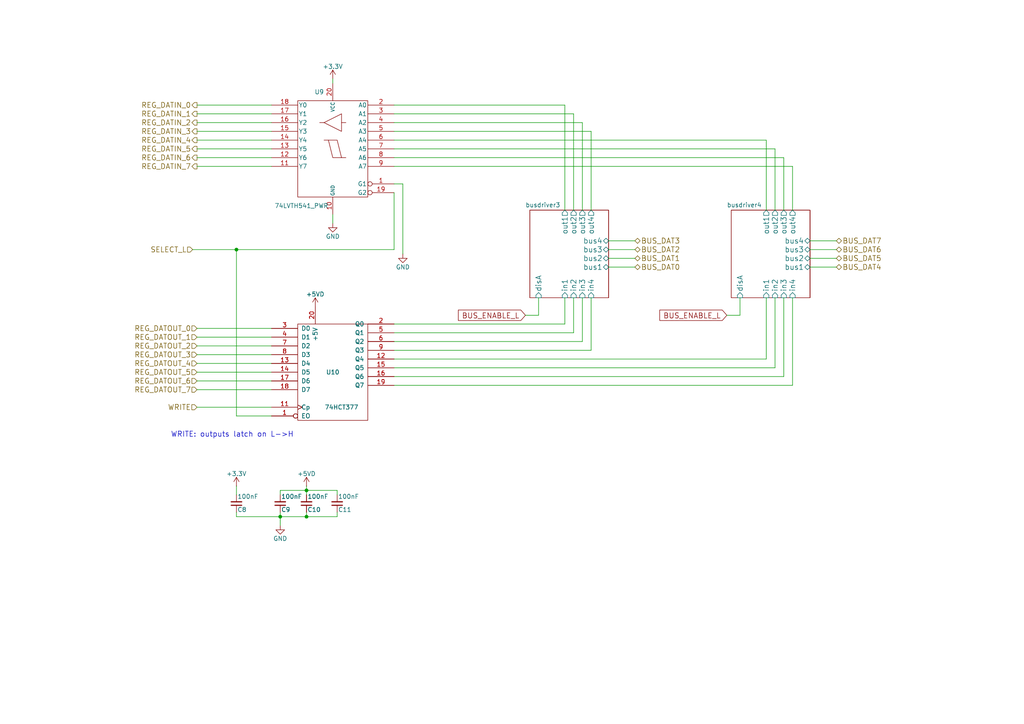
<source format=kicad_sch>
(kicad_sch (version 20231120) (generator "eeschema") (generator_version "8.0")
  (paper "A4")
  (lib_symbols
    (symbol "Device:C_Small" (pin_numbers hide) (pin_names (offset 0.254) hide)
      (property "Reference" "C" (at 0.254 1.778 0))
      (property "Value" "C_Small" (at 0.254 -2.032 0))
      (symbol "C_Small_0_1"
        (polyline (pts (xy -1.524 -0.508) (xy 1.524 -0.508)) (stroke (width 0.3302)))
        (polyline (pts (xy -1.524 0.508) (xy 1.524 0.508)) (stroke (width 0.3048)))
      )
      (symbol "C_Small_1_1"
        (pin passive line (at 0 2.54 270) (length 2.032) (name "~") (number "1"))
        (pin passive line (at 0 -2.54 90) (length 2.032) (name "~") (number "2"))
      )
    )
    (symbol "jh:74LS377_5V" (pin_names (offset 1.016))
      (property "Reference" "U" (at 0 0 0))
      (property "Value" "74LS377_5V" (at 2.54 -10.16 0))
      (symbol "74LS377_5V_0_0"
        (pin power_in line (at -7.62 -13.97 90) (length 0) hide (name "GND") (number "10"))
        (pin power_in line (at -5.08 19.05 270) (length 5.0038) (name "+5V") (number "20"))
      )
      (symbol "74LS377_5V_0_1"
        (rectangle (start -10.16 13.97) (end 10.16 -13.97))
      )
      (symbol "74LS377_5V_1_1"
        (pin input inverted (at -17.78 -12.7 0) (length 7.62) (name "EO") (number "1"))
        (pin input clock (at -17.78 -10.16 0) (length 7.62) (name "Cp") (number "11"))
        (pin output line (at 17.78 3.81 180) (length 7.62) (name "Q4") (number "12"))
        (pin input line (at -17.78 2.54 0) (length 7.62) (name "D4") (number "13"))
        (pin input line (at -17.78 0 0) (length 7.62) (name "D5") (number "14"))
        (pin output line (at 17.78 1.27 180) (length 7.62) (name "Q5") (number "15"))
        (pin output line (at 17.78 -1.27 180) (length 7.62) (name "Q6") (number "16"))
        (pin input line (at -17.78 -2.54 0) (length 7.62) (name "D6") (number "17"))
        (pin input line (at -17.78 -5.08 0) (length 7.62) (name "D7") (number "18"))
        (pin output line (at 17.78 -3.81 180) (length 7.62) (name "Q7") (number "19"))
        (pin output line (at 17.78 13.97 180) (length 7.62) (name "Q0") (number "2"))
        (pin input line (at -17.78 12.7 0) (length 7.62) (name "D0") (number "3"))
        (pin input line (at -17.78 10.16 0) (length 7.62) (name "D1") (number "4"))
        (pin output line (at 17.78 11.43 180) (length 7.62) (name "Q1") (number "5"))
        (pin output line (at 17.78 8.89 180) (length 7.62) (name "Q2") (number "6"))
        (pin input line (at -17.78 7.62 0) (length 7.62) (name "D2") (number "7"))
        (pin input line (at -17.78 5.08 0) (length 7.62) (name "D3") (number "8"))
        (pin output line (at 17.78 6.35 180) (length 7.62) (name "Q3") (number "9"))
      )
    )
    (symbol "jh:74LVTH541_PWR" (pin_names (offset 0.254))
      (property "Reference" "U" (at 2.54 16.51 0))
      (property "Value" "74LVTH541_PWR" (at 1.27 -16.51 0))
      (symbol "74LVTH541_PWR_0_0"
        (pin power_in line (at 0 -19.05 90) (length 5.08) (name "GND") (number "10"))
        (pin power_in line (at 0 19.05 270) (length 5.08) (name "VCC") (number "20"))
      )
      (symbol "74LVTH541_PWR_0_1"
        (rectangle (start -10.16 13.97) (end 10.16 -13.97))
        (polyline (pts (xy -2.54 7.62) (xy -3.81 7.62)))
        (polyline (pts (xy 2.54 7.62) (xy 3.81 7.62)))
        (polyline (pts (xy 1.27 2.54) (xy 0 -2.54) (xy -2.54 -2.54)))
        (polyline (pts (xy -2.54 10.16) (xy -2.54 5.08) (xy 2.54 7.62) (xy -2.54 10.16)))
        (polyline (pts (xy 2.54 2.54) (xy -1.27 2.54) (xy -2.54 -2.54) (xy -3.81 -2.54)))
      )
      (symbol "74LVTH541_PWR_1_1"
        (pin input inverted (at -17.78 -10.16 0) (length 7.62) (name "G1") (number "1"))
        (pin tri_state line (at 17.78 -5.08 180) (length 7.62) (name "Y7") (number "11"))
        (pin tri_state line (at 17.78 -2.54 180) (length 7.62) (name "Y6") (number "12"))
        (pin tri_state line (at 17.78 0 180) (length 7.62) (name "Y5") (number "13"))
        (pin tri_state line (at 17.78 2.54 180) (length 7.62) (name "Y4") (number "14"))
        (pin tri_state line (at 17.78 5.08 180) (length 7.62) (name "Y3") (number "15"))
        (pin tri_state line (at 17.78 7.62 180) (length 7.62) (name "Y2") (number "16"))
        (pin tri_state line (at 17.78 10.16 180) (length 7.62) (name "Y1") (number "17"))
        (pin tri_state line (at 17.78 12.7 180) (length 7.62) (name "Y0") (number "18"))
        (pin input inverted (at -17.78 -12.7 0) (length 7.62) (name "G2") (number "19"))
        (pin input line (at -17.78 12.7 0) (length 7.62) (name "A0") (number "2"))
        (pin input line (at -17.78 10.16 0) (length 7.62) (name "A1") (number "3"))
        (pin input line (at -17.78 7.62 0) (length 7.62) (name "A2") (number "4"))
        (pin input line (at -17.78 5.08 0) (length 7.62) (name "A3") (number "5"))
        (pin input line (at -17.78 2.54 0) (length 7.62) (name "A4") (number "6"))
        (pin input line (at -17.78 0 0) (length 7.62) (name "A5") (number "7"))
        (pin input line (at -17.78 -2.54 0) (length 7.62) (name "A6") (number "8"))
        (pin input line (at -17.78 -5.08 0) (length 7.62) (name "A7") (number "9"))
      )
    )
    (symbol "power:+3.3V" (power) (pin_numbers hide) (pin_names (offset 0) hide)
      (property "Value" "+3.3V" (at 0 3.556 0))
      (symbol "+3.3V_0_1"
        (polyline (pts (xy -0.762 1.27) (xy 0 2.54)))
        (polyline (pts (xy 0 0) (xy 0 2.54)))
        (polyline (pts (xy 0 2.54) (xy 0.762 1.27)))
      )
      (symbol "+3.3V_1_1"
        (pin power_in line (at 0 0 90) (length 0) (name "~") (number "1"))
      )
    )
    (symbol "power:+5VD" (power) (pin_numbers hide) (pin_names (offset 0) hide)
      (property "Value" "+5VD" (at 0 3.556 0))
      (symbol "+5VD_0_1"
        (polyline (pts (xy -0.762 1.27) (xy 0 2.54)))
        (polyline (pts (xy 0 0) (xy 0 2.54)))
        (polyline (pts (xy 0 2.54) (xy 0.762 1.27)))
      )
      (symbol "+5VD_1_1"
        (pin power_in line (at 0 0 90) (length 0) (name "~") (number "1"))
      )
    )
    (symbol "power:GND" (power) (pin_numbers hide) (pin_names (offset 0) hide)
      (property "Value" "GND" (at 0 -3.81 0))
      (symbol "GND_0_1"
        (polyline (pts (xy 0 0) (xy 0 -1.27) (xy 1.27 -1.27) (xy 0 -2.54) (xy -1.27 -1.27) (xy 0 -1.27)))
      )
      (symbol "GND_1_1"
        (pin power_in line (at 0 0 270) (length 0) (name "~") (number "1"))
      )
    )
  )
  (junction (at 68.58 72.39))
  (junction (at 88.9 142.24))
  (junction (at 88.9 149.86))
  (junction (at 81.28 149.86))
  (wire (pts (xy 57.15 33.02) (xy 78.74 33.02)))
  (wire (pts (xy 88.9 142.24) (xy 97.79 142.24)))
  (wire (pts (xy 57.15 45.72) (xy 78.74 45.72)))
  (wire (pts (xy 163.83 93.98) (xy 114.3 93.98)))
  (wire (pts (xy 68.58 140.97) (xy 68.58 143.51)))
  (wire (pts (xy 57.15 97.79) (xy 78.74 97.79)))
  (wire (pts (xy 116.84 53.34) (xy 116.84 73.66)))
  (wire (pts (xy 224.79 43.18) (xy 224.79 60.96)))
  (wire (pts (xy 114.3 72.39) (xy 114.3 55.88)))
  (wire (pts (xy 176.53 69.85) (xy 184.15 69.85)))
  (wire (pts (xy 57.15 113.03) (xy 78.74 113.03)))
  (wire (pts (xy 163.83 30.48) (xy 163.83 60.96)))
  (wire (pts (xy 234.95 72.39) (xy 242.57 72.39)))
  (wire (pts (xy 68.58 120.65) (xy 78.74 120.65)))
  (wire (pts (xy 68.58 149.86) (xy 68.58 148.59)))
  (wire (pts (xy 227.33 86.36) (xy 227.33 109.22)))
  (wire (pts (xy 57.15 48.26) (xy 78.74 48.26)))
  (wire (pts (xy 81.28 142.24) (xy 88.9 142.24)))
  (wire (pts (xy 114.3 30.48) (xy 163.83 30.48)))
  (wire (pts (xy 166.37 33.02) (xy 166.37 60.96)))
  (wire (pts (xy 96.52 22.86) (xy 96.52 24.13)))
  (wire (pts (xy 222.25 86.36) (xy 222.25 104.14)))
  (wire (pts (xy 229.87 111.76) (xy 229.87 86.36)))
  (wire (pts (xy 81.28 149.86) (xy 88.9 149.86)))
  (wire (pts (xy 156.21 86.36) (xy 156.21 91.44)))
  (wire (pts (xy 114.3 99.06) (xy 168.91 99.06)))
  (wire (pts (xy 171.45 101.6) (xy 171.45 86.36)))
  (wire (pts (xy 114.3 48.26) (xy 229.87 48.26)))
  (wire (pts (xy 57.15 110.49) (xy 78.74 110.49)))
  (wire (pts (xy 114.3 35.56) (xy 168.91 35.56)))
  (wire (pts (xy 97.79 142.24) (xy 97.79 143.51)))
  (wire (pts (xy 97.79 149.86) (xy 97.79 148.59)))
  (wire (pts (xy 171.45 38.1) (xy 171.45 60.96)))
  (wire (pts (xy 114.3 96.52) (xy 166.37 96.52)))
  (wire (pts (xy 176.53 77.47) (xy 184.15 77.47)))
  (wire (pts (xy 234.95 74.93) (xy 242.57 74.93)))
  (wire (pts (xy 96.52 62.23) (xy 96.52 64.77)))
  (wire (pts (xy 210.82 91.44) (xy 214.63 91.44)))
  (wire (pts (xy 152.4 91.44) (xy 156.21 91.44)))
  (wire (pts (xy 81.28 143.51) (xy 81.28 142.24)))
  (wire (pts (xy 114.3 33.02) (xy 166.37 33.02)))
  (wire (pts (xy 114.3 111.76) (xy 229.87 111.76)))
  (wire (pts (xy 88.9 142.24) (xy 88.9 143.51)))
  (wire (pts (xy 114.3 38.1) (xy 171.45 38.1)))
  (wire (pts (xy 222.25 104.14) (xy 114.3 104.14)))
  (wire (pts (xy 168.91 35.56) (xy 168.91 60.96)))
  (wire (pts (xy 81.28 148.59) (xy 81.28 149.86)))
  (wire (pts (xy 68.58 149.86) (xy 81.28 149.86)))
  (wire (pts (xy 114.3 101.6) (xy 171.45 101.6)))
  (wire (pts (xy 114.3 45.72) (xy 227.33 45.72)))
  (wire (pts (xy 224.79 106.68) (xy 224.79 86.36)))
  (wire (pts (xy 88.9 140.97) (xy 88.9 142.24)))
  (wire (pts (xy 57.15 35.56) (xy 78.74 35.56)))
  (wire (pts (xy 57.15 100.33) (xy 78.74 100.33)))
  (wire (pts (xy 88.9 149.86) (xy 97.79 149.86)))
  (wire (pts (xy 176.53 72.39) (xy 184.15 72.39)))
  (wire (pts (xy 57.15 40.64) (xy 78.74 40.64)))
  (wire (pts (xy 55.88 72.39) (xy 68.58 72.39)))
  (wire (pts (xy 114.3 53.34) (xy 116.84 53.34)))
  (wire (pts (xy 78.74 118.11) (xy 57.15 118.11)))
  (wire (pts (xy 57.15 38.1) (xy 78.74 38.1)))
  (wire (pts (xy 229.87 48.26) (xy 229.87 60.96)))
  (wire (pts (xy 57.15 95.25) (xy 78.74 95.25)))
  (wire (pts (xy 68.58 72.39) (xy 114.3 72.39)))
  (wire (pts (xy 234.95 77.47) (xy 242.57 77.47)))
  (wire (pts (xy 57.15 107.95) (xy 78.74 107.95)))
  (wire (pts (xy 88.9 148.59) (xy 88.9 149.86)))
  (wire (pts (xy 57.15 43.18) (xy 78.74 43.18)))
  (wire (pts (xy 168.91 99.06) (xy 168.91 86.36)))
  (wire (pts (xy 114.3 106.68) (xy 224.79 106.68)))
  (wire (pts (xy 57.15 105.41) (xy 78.74 105.41)))
  (wire (pts (xy 68.58 72.39) (xy 68.58 120.65)))
  (wire (pts (xy 227.33 109.22) (xy 114.3 109.22)))
  (wire (pts (xy 57.15 102.87) (xy 78.74 102.87)))
  (wire (pts (xy 114.3 40.64) (xy 222.25 40.64)))
  (wire (pts (xy 222.25 40.64) (xy 222.25 60.96)))
  (wire (pts (xy 176.53 74.93) (xy 184.15 74.93)))
  (wire (pts (xy 227.33 45.72) (xy 227.33 60.96)))
  (wire (pts (xy 166.37 96.52) (xy 166.37 86.36)))
  (wire (pts (xy 234.95 69.85) (xy 242.57 69.85)))
  (wire (pts (xy 214.63 91.44) (xy 214.63 86.36)))
  (wire (pts (xy 163.83 86.36) (xy 163.83 93.98)))
  (wire (pts (xy 81.28 149.86) (xy 81.28 152.4)))
  (wire (pts (xy 114.3 43.18) (xy 224.79 43.18)))
  (wire (pts (xy 57.15 30.48) (xy 78.74 30.48)))
  (text "WRITE: outputs latch on L->H" (at 49.53 127 0) (effects (font (size 1.524 1.524)) (justify left bottom)))
  (global_label "BUS_ENABLE_L" (shape input) (at 152.4 91.44 180) (effects (font (size 1.524 1.524))) (property "Intersheetrefs" "${INTERSHEET_REFS}" (effects (hide yes))))
  (global_label "BUS_ENABLE_L" (shape input) (at 210.82 91.44 180) (effects (font (size 1.524 1.524))) (property "Intersheetrefs" "${INTERSHEET_REFS}" (effects (hide yes))))
  (hierarchical_label "REG_DATIN_0" (shape output) (at 57.15 30.48 180) (effects (font (size 1.4986 1.4986))))
  (hierarchical_label "REG_DATIN_7" (shape output) (at 57.15 48.26 180) (effects (font (size 1.4986 1.4986))))
  (hierarchical_label "REG_DATOUT_5" (shape input) (at 57.15 107.95 180) (effects (font (size 1.4986 1.4986))))
  (hierarchical_label "REG_DATOUT_2" (shape input) (at 57.15 100.33 180) (effects (font (size 1.4986 1.4986))))
  (hierarchical_label "REG_DATIN_6" (shape output) (at 57.15 45.72 180) (effects (font (size 1.4986 1.4986))))
  (hierarchical_label "BUS_DAT4" (shape bidirectional) (at 242.57 77.47 0) (effects (font (size 1.524 1.524))))
  (hierarchical_label "REG_DATIN_5" (shape output) (at 57.15 43.18 180) (effects (font (size 1.4986 1.4986))))
  (hierarchical_label "REG_DATIN_3" (shape output) (at 57.15 38.1 180) (effects (font (size 1.4986 1.4986))))
  (hierarchical_label "REG_DATOUT_0" (shape input) (at 57.15 95.25 180) (effects (font (size 1.4986 1.4986))))
  (hierarchical_label "SELECT_L" (shape input) (at 55.88 72.39 180) (effects (font (size 1.4986 1.4986))))
  (hierarchical_label "REG_DATOUT_3" (shape input) (at 57.15 102.87 180) (effects (font (size 1.4986 1.4986))))
  (hierarchical_label "REG_DATOUT_1" (shape input) (at 57.15 97.79 180) (effects (font (size 1.4986 1.4986))))
  (hierarchical_label "WRITE" (shape input) (at 57.15 118.11 180) (effects (font (size 1.524 1.524))))
  (hierarchical_label "BUS_DAT0" (shape bidirectional) (at 184.15 77.47 0) (effects (font (size 1.524 1.524))))
  (hierarchical_label "BUS_DAT6" (shape bidirectional) (at 242.57 72.39 0) (effects (font (size 1.524 1.524))))
  (hierarchical_label "REG_DATOUT_6" (shape input) (at 57.15 110.49 180) (effects (font (size 1.4986 1.4986))))
  (hierarchical_label "BUS_DAT3" (shape bidirectional) (at 184.15 69.85 0) (effects (font (size 1.524 1.524))))
  (hierarchical_label "BUS_DAT7" (shape bidirectional) (at 242.57 69.85 0) (effects (font (size 1.524 1.524))))
  (hierarchical_label "REG_DATIN_2" (shape output) (at 57.15 35.56 180) (effects (font (size 1.4986 1.4986))))
  (hierarchical_label "REG_DATOUT_7" (shape input) (at 57.15 113.03 180) (effects (font (size 1.4986 1.4986))))
  (hierarchical_label "BUS_DAT1" (shape bidirectional) (at 184.15 74.93 0) (effects (font (size 1.524 1.524))))
  (hierarchical_label "BUS_DAT5" (shape bidirectional) (at 242.57 74.93 0) (effects (font (size 1.524 1.524))))
  (hierarchical_label "REG_DATIN_4" (shape output) (at 57.15 40.64 180) (effects (font (size 1.4986 1.4986))))
  (hierarchical_label "REG_DATOUT_4" (shape input) (at 57.15 105.41 180) (effects (font (size 1.4986 1.4986))))
  (hierarchical_label "BUS_DAT2" (shape bidirectional) (at 184.15 72.39 0) (effects (font (size 1.524 1.524))))
  (hierarchical_label "REG_DATIN_1" (shape output) (at 57.15 33.02 180) (effects (font (size 1.4986 1.4986))))
  (symbol (lib_id "Device:C_Small") (at 68.58 146.05 0) (mirror x) (unit 1)
    (property "Reference" "C8" (at 68.834 147.828 0) (effects (justify left)))
    (property "Value" "100nF" (at 68.834 144.018 0) (effects (justify left)))
    (property "Footprint" "Capacitor_SMD:C_0805_2012Metric" (effects (hide yes)))
    (property "Description" "Unpolarized capacitor, small symbol" (effects (hide yes)))
    (property "LCSC" "C49678" (effects (hide yes)))
    (instances (project "unibone" (path "" (reference "C8") (unit 1)) (path "" (reference "C12") (unit 1)) (path "" (reference "C16") (unit 1)) (path "" (reference "C20") (unit 1)) (path "" (reference "C24") (unit 1)) (path "" (reference "C28") (unit 1)) (path "" (reference "C32") (unit 1))))
  )
  (symbol (lib_id "Device:C_Small") (at 81.28 146.05 0) (mirror x) (unit 1)
    (property "Reference" "C9" (at 81.534 147.828 0) (effects (justify left)))
    (property "Value" "100nF" (at 81.534 144.018 0) (effects (justify left)))
    (property "Footprint" "Capacitor_SMD:C_0805_2012Metric" (effects (hide yes)))
    (property "Description" "Unpolarized capacitor, small symbol" (effects (hide yes)))
    (property "LCSC" "C49678" (effects (hide yes)))
    (instances (project "unibone" (path "" (reference "C9") (unit 1)) (path "" (reference "C13") (unit 1)) (path "" (reference "C17") (unit 1)) (path "" (reference "C21") (unit 1)) (path "" (reference "C25") (unit 1)) (path "" (reference "C29") (unit 1)) (path "" (reference "C33") (unit 1))))
  )
  (symbol (lib_id "Device:C_Small") (at 88.9 146.05 0) (mirror x) (unit 1)
    (property "Reference" "C10" (at 89.154 147.828 0) (effects (justify left)))
    (property "Value" "100nF" (at 89.154 144.018 0) (effects (justify left)))
    (property "Footprint" "Capacitor_SMD:C_0805_2012Metric" (effects (hide yes)))
    (property "Description" "Unpolarized capacitor, small symbol" (effects (hide yes)))
    (property "LCSC" "C49678" (effects (hide yes)))
    (instances (project "unibone" (path "" (reference "C10") (unit 1)) (path "" (reference "C14") (unit 1)) (path "" (reference "C18") (unit 1)) (path "" (reference "C22") (unit 1)) (path "" (reference "C26") (unit 1)) (path "" (reference "C30") (unit 1)) (path "" (reference "C34") (unit 1))))
  )
  (symbol (lib_id "Device:C_Small") (at 97.79 146.05 0) (mirror x) (unit 1)
    (property "Reference" "C11" (at 98.044 147.828 0) (effects (justify left)))
    (property "Value" "100nF" (at 98.044 144.018 0) (effects (justify left)))
    (property "Footprint" "Capacitor_SMD:C_0805_2012Metric" (effects (hide yes)))
    (property "Description" "Unpolarized capacitor, small symbol" (effects (hide yes)))
    (property "LCSC" "C49678" (effects (hide yes)))
    (instances (project "unibone" (path "" (reference "C11") (unit 1)) (path "" (reference "C15") (unit 1)) (path "" (reference "C19") (unit 1)) (path "" (reference "C23") (unit 1)) (path "" (reference "C27") (unit 1)) (path "" (reference "C31") (unit 1)) (path "" (reference "C35") (unit 1))))
  )
  (symbol (lib_id "power:GND") (at 81.28 152.4 0) (unit 1)
    (property "Reference" "#PWR0110" (effects (hide yes)))
    (property "Value" "GND" (at 81.28 156.21 0))
    (property "Description" "Power symbol creates a global label with name \"GND\" , ground" (effects (hide yes)))
    (instances (project "unibone" (path "" (reference "#PWR0110") (unit 1)) (path "" (reference "#PWR062") (unit 1)) (path "" (reference "#PWR0119") (unit 1)) (path "" (reference "#PWR0128") (unit 1)) (path "" (reference "#PWR071") (unit 1)) (path "" (reference "#PWR080") (unit 1)) (path "" (reference "#PWR0101") (unit 1))))
  )
  (symbol (lib_id "power:+3.3V") (at 68.58 140.97 0) (unit 1)
    (property "Reference" "#PWR0111" (effects (hide yes)))
    (property "Value" "+3.3V" (at 68.58 137.414 0))
    (property "Description" "Power symbol creates a global label with name \"+3.3V\"" (effects (hide yes)))
    (instances (project "unibone" (path "" (reference "#PWR0111") (unit 1)) (path "" (reference "#PWR063") (unit 1)) (path "" (reference "#PWR0120") (unit 1)) (path "" (reference "#PWR0129") (unit 1)) (path "" (reference "#PWR072") (unit 1)) (path "" (reference "#PWR081") (unit 1)) (path "" (reference "#PWR0102") (unit 1))))
  )
  (symbol (lib_id "power:+3.3V") (at 96.52 22.86 0) (unit 1)
    (property "Reference" "#PWR0108" (effects (hide yes)))
    (property "Value" "+3.3V" (at 96.52 19.304 0))
    (property "Description" "Power symbol creates a global label with name \"+3.3V\"" (effects (hide yes)))
    (instances (project "unibone" (path "" (reference "#PWR0108") (unit 1)) (path "" (reference "#PWR060") (unit 1)) (path "" (reference "#PWR0117") (unit 1)) (path "" (reference "#PWR0126") (unit 1)) (path "" (reference "#PWR069") (unit 1)) (path "" (reference "#PWR078") (unit 1)) (path "" (reference "#PWR099") (unit 1))))
  )
  (symbol (lib_id "power:GND") (at 96.52 64.77 0) (unit 1)
    (property "Reference" "#PWR0109" (effects (hide yes)))
    (property "Value" "GND" (at 96.52 68.58 0))
    (property "Description" "Power symbol creates a global label with name \"GND\" , ground" (effects (hide yes)))
    (instances (project "unibone" (path "" (reference "#PWR0109") (unit 1)) (path "" (reference "#PWR061") (unit 1)) (path "" (reference "#PWR0118") (unit 1)) (path "" (reference "#PWR0127") (unit 1)) (path "" (reference "#PWR070") (unit 1)) (path "" (reference "#PWR079") (unit 1)) (path "" (reference "#PWR0100") (unit 1))))
  )
  (symbol (lib_id "jh:74LS377_5V") (at 96.52 107.95 0) (unit 1)
    (property "Reference" "U10" (at 96.52 107.95 0))
    (property "Value" "74HCT377" (at 99.06 118.11 0))
    (property "Footprint" "Package_SO:SOIC-20W_7.5x12.8mm_P1.27mm" (effects (hide yes)))
    (property "Description" "8 bit Register" (effects (hide yes)))
    (property "LCSC" "C547627" (effects (hide yes)))
    (instances (project "unibone" (path "" (reference "U10") (unit 1)) (path "" (reference "U14") (unit 1)) (path "" (reference "U18") (unit 1)) (path "" (reference "U22") (unit 1)) (path "" (reference "U26") (unit 1)) (path "" (reference "U30") (unit 1)) (path "" (reference "U34") (unit 1))))
  )
  (symbol (lib_id "jh:74LVTH541_PWR") (at 96.52 43.18 0) (mirror y) (unit 1)
    (property "Reference" "U9" (at 93.98 26.67 0) (effects (justify left)))
    (property "Value" "74LVTH541_PWR" (at 95.25 59.69 0) (effects (justify left)))
    (property "Footprint" "Package_SO:SOIC-20W_7.5x12.8mm_P1.27mm" (effects (hide yes)))
    (property "Description" "8bits Buffer/Line Driver 3 state Out" (effects (hide yes)))
    (property "LCSC" "C1548542" (effects (hide yes)))
    (instances (project "unibone" (path "" (reference "U9") (unit 1)) (path "" (reference "U13") (unit 1)) (path "" (reference "U17") (unit 1)) (path "" (reference "U21") (unit 1)) (path "" (reference "U25") (unit 1)) (path "" (reference "U29") (unit 1)) (path "" (reference "U33") (unit 1))))
  )
  (symbol (lib_id "power:+5VD") (at 88.9 140.97 0) (unit 1)
    (property "Reference" "#PWR0112" (effects (hide yes)))
    (property "Value" "+5VD" (at 88.9 137.414 0))
    (property "Description" "Power symbol creates a global label with name \"+5VD\"" (effects (hide yes)))
    (instances (project "unibone" (path "" (reference "#PWR0112") (unit 1)) (path "" (reference "#PWR064") (unit 1)) (path "" (reference "#PWR0121") (unit 1)) (path "" (reference "#PWR0130") (unit 1)) (path "" (reference "#PWR073") (unit 1)) (path "" (reference "#PWR082") (unit 1)) (path "" (reference "#PWR0103") (unit 1))))
  )
  (symbol (lib_id "power:+5VD") (at 91.44 88.9 0) (unit 1)
    (property "Reference" "#PWR0113" (effects (hide yes)))
    (property "Value" "+5VD" (at 91.44 85.344 0))
    (property "Description" "Power symbol creates a global label with name \"+5VD\"" (effects (hide yes)))
    (instances (project "unibone" (path "" (reference "#PWR0113") (unit 1)) (path "" (reference "#PWR065") (unit 1)) (path "" (reference "#PWR0122") (unit 1)) (path "" (reference "#PWR0131") (unit 1)) (path "" (reference "#PWR074") (unit 1)) (path "" (reference "#PWR083") (unit 1)) (path "" (reference "#PWR0104") (unit 1))))
  )
  (symbol (lib_id "power:GND") (at 116.84 73.66 0) (unit 1)
    (property "Reference" "#PWR0116" (effects (hide yes)))
    (property "Value" "GND" (at 116.84 77.47 0))
    (property "Description" "Power symbol creates a global label with name \"GND\" , ground" (effects (hide yes)))
    (instances (project "unibone" (path "" (reference "#PWR0116") (unit 1)) (path "" (reference "#PWR068") (unit 1)) (path "" (reference "#PWR0125") (unit 1)) (path "" (reference "#PWR0134") (unit 1)) (path "" (reference "#PWR077") (unit 1)) (path "" (reference "#PWR086") (unit 1)) (path "" (reference "#PWR0107") (unit 1))))
  )
  (sheet (at 212.09 60.96) (size 22.86 25.4) (stroke (width 0.1524))
    (property "Sheetname" "busdriver4" (at 210.82 60.198 0) (effects (justify left bottom)))
    (property "Sheetfile" "busdriver.kicad_sch" (effects (hide yes)))
    (pin "in3" input (at 227.33 86.36 270) (effects (font (size 1.524 1.524))))
    (pin "in1" input (at 222.25 86.36 270) (effects (font (size 1.524 1.524))))
    (pin "in2" input (at 224.79 86.36 270) (effects (font (size 1.524 1.524))))
    (pin "disA" input (at 214.63 86.36 270) (effects (font (size 1.524 1.524))))
    (pin "in4" input (at 229.87 86.36 270) (effects (font (size 1.524 1.524))))
    (pin "bus2" bidirectional (at 234.95 74.93 0) (effects (font (size 1.524 1.524))))
    (pin "bus3" bidirectional (at 234.95 72.39 0) (effects (font (size 1.524 1.524))))
    (pin "bus4" bidirectional (at 234.95 69.85 0) (effects (font (size 1.524 1.524))))
    (pin "bus1" bidirectional (at 234.95 77.47 0) (effects (font (size 1.524 1.524))))
    (pin "out1" output (at 222.25 60.96 90) (effects (font (size 1.524 1.524))))
    (pin "out2" output (at 224.79 60.96 90) (effects (font (size 1.524 1.524))))
    (pin "out3" output (at 227.33 60.96 90) (effects (font (size 1.524 1.524))))
    (pin "out4" output (at 229.87 60.96 90) (effects (font (size 1.524 1.524))))
  )
  (sheet (at 153.67 60.96) (size 22.86 25.4) (stroke (width 0.1524))
    (property "Sheetname" "busdriver3" (at 152.4 60.198 0) (effects (justify left bottom)))
    (property "Sheetfile" "busdriver.kicad_sch" (effects (hide yes)))
    (pin "in3" input (at 168.91 86.36 270) (effects (font (size 1.524 1.524))))
    (pin "in1" input (at 163.83 86.36 270) (effects (font (size 1.524 1.524))))
    (pin "in2" input (at 166.37 86.36 270) (effects (font (size 1.524 1.524))))
    (pin "disA" input (at 156.21 86.36 270) (effects (font (size 1.524 1.524))))
    (pin "in4" input (at 171.45 86.36 270) (effects (font (size 1.524 1.524))))
    (pin "bus2" bidirectional (at 176.53 74.93 0) (effects (font (size 1.524 1.524))))
    (pin "bus3" bidirectional (at 176.53 72.39 0) (effects (font (size 1.524 1.524))))
    (pin "bus4" bidirectional (at 176.53 69.85 0) (effects (font (size 1.524 1.524))))
    (pin "bus1" bidirectional (at 176.53 77.47 0) (effects (font (size 1.524 1.524))))
    (pin "out1" output (at 163.83 60.96 90) (effects (font (size 1.524 1.524))))
    (pin "out2" output (at 166.37 60.96 90) (effects (font (size 1.524 1.524))))
    (pin "out3" output (at 168.91 60.96 90) (effects (font (size 1.524 1.524))))
    (pin "out4" output (at 171.45 60.96 90) (effects (font (size 1.524 1.524))))
  )
)
</source>
